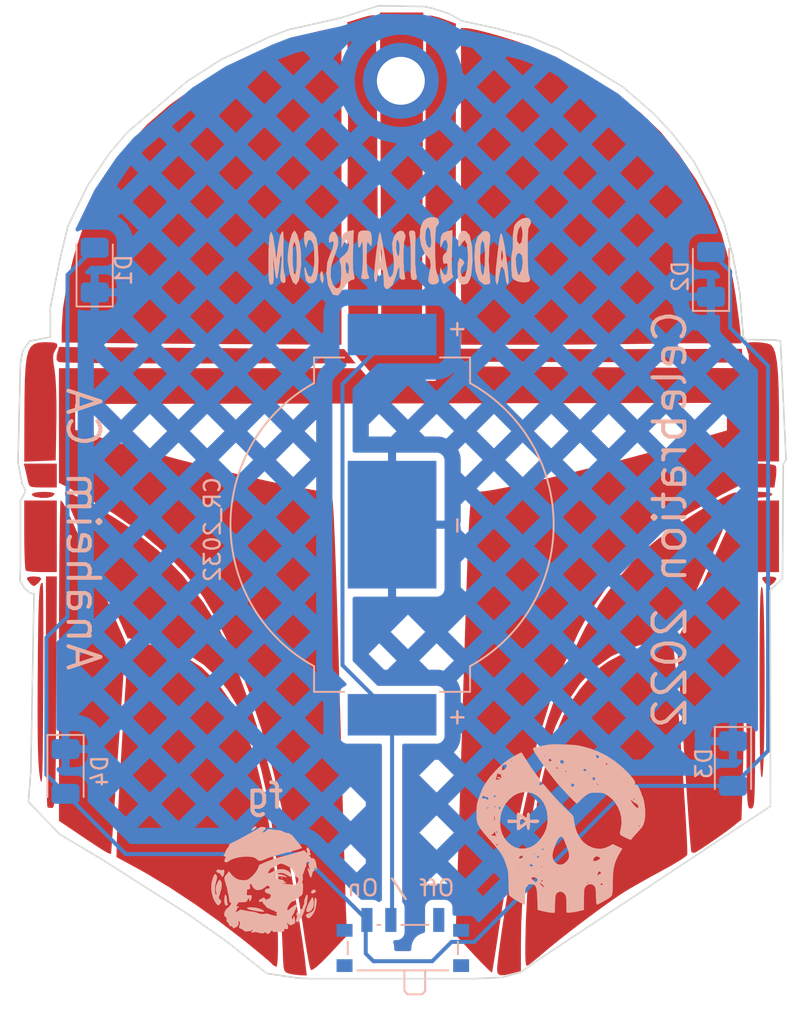
<source format=kicad_pcb>
(kicad_pcb (version 20211014) (generator pcbnew)
  (layers (0 "F.Cu" signal) (31 "B.Cu" signal) (34 "B.Paste" user) (35 "F.Paste" user) (36 "B.SilkS" user "B.Silkscreen") (37 "F.SilkS" user "F.Silkscreen") (38 "B.Mask" user) (39 "F.Mask" user) (44 "Edge.Cuts" user))
  (net 0 "")
  (net 1 "GND")
  (net 2 "Net-(BT1-Pad1)")
  (net 3 "Net-(D1-Pad2)")
  (footprint "Images:MandoFront1_CU" (layer "F.Cu") (at 179.9 109.9)
    (fp_text reference "G***" hide)
    (fp_text value "LOGO" hide)
    (fp_poly (pts (xy 22.887929 -0.110906) (xy 23.164324 -0.045292) (xy 23.219222 0.047281) (xy 23.030893 0.153083) (xy 22.921123 0.186047) (xy 22.214812 0.243514) (xy 21.834492 0.178028) (xy 21.604836 0.079834) (xy 21.616551 -0.015567) (xy 21.839685 -0.091889) (xy 22.244285 -0.132848) (xy 22.411765 -0.135829)) (layer "F.Cu") (width 0) (fill solid))
    (fp_poly (pts (xy 23.379767 5.198135) (xy 23.48098 5.317954) (xy 23.334002 5.535817) (xy 23.248785 5.616946) (xy 23.044293 5.766128) (xy 22.887998 5.711499) (xy 22.773384 5.593346) (xy 22.582339 5.340296) (xy 22.612501 5.208914) (xy 22.884434 5.163621) (xy 23.022995 5.161498)) (layer "F.Cu") (width 0) (fill solid))
    (fp_poly (pts (xy 22.936498 -1.880561) (xy 23.286432 -1.825645) (xy 23.436442 -1.756131) (xy 23.472431 -1.541691) (xy 23.456841 -1.173943) (xy 23.436135 -1.009073) (xy 23.345922 -0.407486) (xy 21.596792 -0.407486) (xy 21.596792 -1.901604) (xy 22.471663 -1.901604)) (layer "F.Cu") (width 0) (fill solid))
    (fp_poly (pts (xy 23.634225 4.88984) (xy 21.596792 4.88984) (xy 21.596792 0.407487) (xy 23.634225 0.407487)) (layer "F.Cu") (width 0) (fill solid))
    (fp_poly (pts (xy 1.27 -10.0584) (xy -1.27 -10.0584) (xy -1.358289 -30.15401) (xy 1.358289 -30.15401)) (layer "F.Cu") (width 0) (fill solid))
    (fp_poly (pts (xy 22.56066 -9.482371) (xy 22.933076 -9.417797) (xy 23.131375 -9.338235) (xy 23.288548 -9.137983) (xy 23.413056 -8.782252) (xy 23.507321 -8.249528) (xy 23.573766 -7.518298) (xy 23.614811 -6.56705) (xy 23.632878 -5.37427) (xy 23.634225 -4.8713) (xy 23.634225 -2.037433) (xy 21.596792 -2.037433) (xy 21.596792 -4.883448) (xy 21.604126 -5.917845) (xy 21.625296 -6.781186) (xy 21.659055 -7.4466) (xy 21.704154 -7.887221) (xy 21.744001 -8.052552) (xy 21.7424 -8.382) (xy 21.733624 -8.746754) (xy 21.687646 -8.862839) (xy 21.575999 -9.19218) (xy 21.551689 -9.404741) (xy 21.563075 -9.429028) (xy 21.77023 -9.49409) (xy 22.137902 -9.509837)) (layer "F.Cu") (width 0) (fill solid))
    (fp_poly (pts (xy -1.668001 -29.965733) (xy -1.650158 -29.815917) (xy -1.632013 -29.415968) (xy -1.613892 -28.787412) (xy -1.596121 -27.951773) (xy -1.579026 -26.930576) (xy -1.562931 -25.745346) (xy -1.548163 -24.417608) (xy -1.535048 -22.968886) (xy -1.523911 -21.420705) (xy -1.515508 -19.887661) (xy -1.468983 -9.915508) (xy 1.494118 -9.915508) (xy 1.494118 -19.903193) (xy 1.494845 -21.837568) (xy 1.49723 -23.516985) (xy 1.501574 -24.958139) (xy 1.508179 -26.177726) (xy 1.517347 -27.192443) (xy 1.529382 -28.018985) (xy 1.544584 -28.674049) (xy 1.563256 -29.174329) (xy 1.585701 -29.536523) (xy 1.61222 -29.777326) (xy 1.643117 -29.913434) (xy 1.676171 -29.960739) (xy 1.89369 -29.95318) (xy 2.271059 -29.862057) (xy 2.626973 -29.742974) (xy 3.395722 -29.455348) (xy 3.395722 -9.214168) (xy 2.903959 -8.614036) (xy 2.412195 -8.013904) (xy 2.828028 -8.013904) (xy 6.5532 -7.9756) (xy 6.731 -8.2804) (xy 4.7244 -8.2804) (xy 3.2004 -8.2804) (xy 2.921 -8.2804) (xy 3.1242 -8.5344) (xy 3.3528 -8.8138) (xy 3.61907 -9.102504) (xy 12.573974 -9.067562) (xy 21.3106 -9.0932) (xy 21.3614 -8.2296) (xy 20.5486 -8.2296) (xy 19.9136 -8.2296) (xy 19.2532 -8.2296) (xy 18.4912 -8.255) (xy 17.3228 -8.255) (xy 16.3322 -8.255) (xy 14.986 -8.255) (xy 11.303 -8.255) (xy 6.7818 -8.2804) (xy 6.604 -7.9756) (xy 21.460963 -7.878075) (xy 21.460412 -5.942513) (xy 21.453117 -5.040601) (xy 21.433704 -4.042114) (xy 21.405188 -3.072549) (xy 21.372993 -2.303876) (xy 21.286124 -0.600801) (xy 19.987146 0.073129) (xy 17.874836 1.290929) (xy 16.001622 2.630554) (xy 14.360534 4.098719) (xy 12.9446 5.702141) (xy 11.746852 7.447536) (xy 11.088986 8.647386) (xy 10.153671 10.715736) (xy 9.282498 13.046069) (xy 8.47604 15.636256) (xy 7.734874 18.484163) (xy 7.059573 21.587659) (xy 6.450712 24.944612) (xy 6.115935 27.090363) (xy 5.990128 27.93509) (xy 5.875842 28.683678) (xy 5.779387 29.296304) (xy 5.707075 29.733144) (xy 5.665216 29.954374) (xy 5.659076 29.973367) (xy 5.554878 29.901575) (xy 5.315423 29.676894) (xy 4.989949 29.345829) (xy 4.94798 29.30172) (xy 4.529615 28.857826) (xy 4.113282 28.411763) (xy 3.828746 28.103297) (xy 3.382513 27.614616) (xy 3.727659 16.489928) (xy 3.804245 14.013927) (xy 3.872684 11.795376) (xy 3.93387 9.820217) (xy 3.988696 8.074392) (xy 4.038057 6.543846) (xy 4.082845 5.214519) (xy 4.123953 4.072354) (xy 4.162277 3.103295) (xy 4.19871 2.293283) (xy 4.234144 1.628262) (xy 4.269474 1.094173) (xy 4.305593 0.676959) (xy 4.343395 0.362563) (xy 4.383774 0.136927) (xy 4.427623 -0.014006) (xy 4.475835 -0.104293) (xy 4.529305 -0.147993) (xy 4.588926 -0.159163) (xy 4.655592 -0.151859) (xy 4.730196 -0.14014) (xy 4.784606 -0.136816) (xy 5.19872 -0.173624) (xy 5.8445 -0.277484) (xy 6.692268 -0.441307) (xy 7.712346 -0.658008) (xy 8.875054 -0.920501) (xy 10.150713 -1.221698) (xy 11.509644 -1.554513) (xy 12.922169 -1.911861) (xy 14.358608 -2.286654) (xy 15.789283 -2.671806) (xy 17.184515 -3.060231) (xy 17.963369 -3.283515) (xy 20.374332 -3.982799) (xy 20.374332 -5.705695) (xy -0.033957 -5.671296) (xy -20.442246 -5.636898) (xy -20.442246 -4.016029) (xy -18.948128 -3.563717) (xy -17.360785 -3.096022) (xy -15.687446 -2.626316) (xy -13.974425 -2.16614) (xy -12.268039 -1.727033) (xy -10.614604 -1.320535) (xy -9.060434 -0.958187) (xy -7.651846 -0.651529) (xy -6.435155 -0.4121) (xy -5.97647 -0.331679) (xy -5.372181 -0.219842) (xy -4.861499 -0.105072) (xy -4.508422 -0.002939) (xy -4.386476 0.055134) (xy -4.35406 0.160762) (xy -4.320619 0.426702) (xy -4.285714 0.863773) (xy -4.248907 1.482795) (xy -4.209759 2.294587) (xy -4.167832 3.309969) (xy -4.122688 4.539761) (xy -4.073888 5.994781) (xy -4.020994 7.68585) (xy -3.963568 9.623787) (xy -3.90117 11.819411) (xy -3.882349 12.496257) (xy -3.831145 14.336652) (xy -3.780898 16.12536) (xy -3.732258 17.840198) (xy -3.685875 19.458982) (xy -3.6424 20.959529) (xy -3.602485 22.319656) (xy -3.566779 23.517178) (xy -3.535932 24.529912) (xy -3.510597 25.335675) (xy -3.491423 25.912284) (xy -3.479863 26.219461) (xy -3.417715 27.650151) (xy -4.490672 28.796095) (xy -4.991414 29.309031) (xy -5.372419 29.653172) (xy -5.614431 29.812187) (xy -5.686529 29.810324) (xy -5.743111 29.640035) (xy -5.827389 29.244462) (xy -5.931449 28.667632) (xy -6.047378 27.953576) (xy -6.167259 27.146321) (xy -6.174125 27.097861) (xy -6.716323 23.644813) (xy -7.333289 20.42712) (xy -8.023791 17.448849) (xy -8.786595 14.714069) (xy -9.620468 12.226848) (xy -10.524176 9.991252) (xy -11.496486 8.01135) (xy -12.437966 6.438153) (xy -13.486234 5.064052) (xy -14.783542 3.725248) (xy -16.307785 2.440326) (xy -18.036859 1.227876) (xy -19.948661 0.106482) (xy -20.000802 0.078603) (xy -21.460962 -0.700254) (xy -21.460962 -7.878075) (xy -2.604897 -7.878075) (xy -2.26202 -7.470588) (xy -1.919142 -7.063101) (xy 0.025188 -7.06737) (xy 0.788487 -7.070685) (xy 1.326929 -7.08156) (xy 1.687314 -7.0866) (xy 1.957888 -7.081033) (xy 2.1082 -7.0866) (xy 2.3114 -7.3406) (xy 2.4638 -7.5438) (xy 2.8194 -8.001) (xy 2.3876 -8.001) (xy 2.1336 -7.6454) (xy 2.032 -7.493) (xy 1.91588 -7.3406) (xy 1.7018 -7.3406) (xy 1.3208 -7.3406) (xy 0.74208 -7.340233) (xy -0.054106 -7.334759) (xy -1.7272 -7.3406) (xy -2.54 -8.3058) (xy -3.302 -9.23117) (xy -3.395722 -16.139045) (xy -3.393826 -17.623815) (xy -3.388398 -19.140328) (xy -3.379827 -20.64422) (xy -3.368501 -22.091122) (xy -3.354811 -23.436668) (xy -3.3782 -24.6126) (xy -3.3782 -25.6032) (xy -3.3782 -26.2636) (xy -3.4036 -29.5402) (xy -2.495611 -29.826359) (xy -2.083095 -29.943256) (xy -1.77606 -29.987456)) (layer "F.Cu") (width 0) (fill solid))
    (fp_poly (pts (xy 22.567715 5.806432) (xy 22.607005 5.9784) (xy 22.641059 6.387552) (xy 22.669861 6.999463) (xy 22.693394 7.779707) (xy 22.711644 8.693861) (xy 22.724594 9.7075) (xy 22.732228 10.786199) (xy 22.73453 11.895534) (xy 22.731483 13.001081) (xy 22.723073 14.068415) (xy 22.709282 15.06311) (xy 22.690095 15.950744) (xy 22.665496 16.696891) (xy 22.635468 17.267127) (xy 22.599996 17.627026) (xy 22.573269 17.733188) (xy 22.535219 17.731201) (xy 22.503274 17.5727) (xy 22.477019 17.242122) (xy 22.456039 16.723905) (xy 22.439919 16.002487) (xy 22.428246 15.062305) (xy 22.420605 13.887797) (xy 22.416582 12.4634) (xy 22.415895 11.823904) (xy 22.416594 10.288108) (xy 22.421193 9.007959) (xy 22.430095 7.967468) (xy 22.443705 7.150645) (xy 22.462424 6.541502) (xy 22.486657 6.124051) (xy 22.516807 5.882301) (xy 22.553277 5.800266)) (layer "F.Cu") (width 0) (fill solid))
    (fp_poly (pts (xy -20.856921 -0.073157) (xy -20.479237 0.08821) (xy -19.962708 0.346994) (xy -19.352095 0.67834) (xy -18.69216 1.057394) (xy -18.027665 1.459304) (xy -17.403372 1.859215) (xy -16.984819 2.145468) (xy -15.247419 3.532033) (xy -13.72861 5.075432) (xy -12.416764 6.788282) (xy -11.798989 7.773277) (xy -11.273473 8.767701) (xy -10.720095 9.988483) (xy -10.154039 11.393756) (xy -9.590488 12.941652) (xy -9.044625 14.590305) (xy -8.531636 16.297847) (xy -8.066702 18.02241) (xy -8.031699 18.16121) (xy -7.871613 18.850577) (xy -7.679978 19.75851) (xy -7.465759 20.834959) (xy -7.237923 22.029871) (xy -7.005436 23.293193) (xy -6.777263 24.574874) (xy -6.562371 25.824861) (xy -6.369725 26.993102) (xy -6.208291 28.029545) (xy -6.087036 28.884138) (xy -6.035482 29.30508) (xy -5.941381 30.154011) (xy -6.332455 30.140471) (xy -6.759435 30.095473) (xy -7.063102 30.032905) (xy -7.237534 29.966039) (xy -7.341956 29.843354) (xy -7.397427 29.601909) (xy -7.425006 29.178763) (xy -7.433517 28.925856) (xy -7.526812 26.829021) (xy -7.676075 24.728961) (xy -7.874758 22.691369) (xy -8.116309 20.781935) (xy -8.394179 19.066353) (xy -8.441944 18.8123) (xy -8.793138 17.265804) (xy -9.231656 15.79698) (xy -9.740927 14.445798) (xy -10.304381 13.252232) (xy -10.905448 12.256255) (xy -11.434039 11.594364) (xy -12.376372 10.714714) (xy -13.369103 10.052157) (xy -14.471823 9.576149) (xy -15.744124 9.256147) (xy -16.118256 9.193476) (xy -17.171463 9.032621) (xy -18.644763 5.704813) (xy -19.242251 4.354229) (xy -19.737858 3.230834) (xy -20.140252 2.31367) (xy -20.458103 1.581778) (xy -20.700079 1.014202) (xy -20.874849 0.589984) (xy -20.991084 0.288166) (xy -21.057451 0.08779) (xy -21.082621 -0.0321) (xy -21.075262 -0.092463) (xy -21.050998 -0.112255)) (layer "F.Cu") (width 0) (fill solid))
    (fp_poly (pts (xy -21.958962 -0.107228) (xy -21.755301 -0.049034) (xy -21.73262 -0.014532) (xy -21.852706 0.146339) (xy -22.162977 0.236708) (xy -22.588456 0.245117) (xy -22.9907 0.177707) (xy -23.154575 0.07084) (xy -23.15247 -0.01028) (xy -22.988667 -0.083402) (xy -22.671346 -0.124125) (xy -22.296211 -0.132162)) (layer "F.Cu") (width 0) (fill solid))
    (fp_poly (pts (xy -21.808575 -9.488664) (xy -21.581964 -9.412582) (xy -21.560176 -9.252764) (xy -21.684815 -9.020992) (xy -21.792889 -8.805871) (xy -21.829301 -8.548425) (xy -21.797456 -8.166451) (xy -21.736238 -7.780144) (xy -21.677945 -7.267849) (xy -21.6374 -6.544208) (xy -21.616688 -5.669078) (xy -21.617895 -4.702317) (xy -21.621326 -4.482353) (xy -21.664706 -2.105347) (xy -22.649465 -2.06544) (xy -23.634224 -2.025532) (xy -23.626128 -4.917846) (xy -23.618364 -6.157388) (xy -23.597489 -7.152076) (xy -23.555615 -7.928662) (xy -23.484852 -8.513901) (xy -23.377312 -8.934544) (xy -23.225105 -9.217346) (xy -23.020344 -9.389059) (xy -22.75514 -9.476436) (xy -22.421603 -9.506232) (xy -22.272613 -9.508021)) (layer "F.Cu") (width 0) (fill solid))
    (fp_poly (pts (xy 4.023795 -29.177874) (xy 4.34459 -29.136645) (xy 4.85794 -29.025184) (xy 5.499351 -28.861145) (xy 6.204328 -28.662181) (xy 6.908377 -28.445947) (xy 7.547006 -28.230096) (xy 7.725132 -28.164698) (xy 8.800015 -27.706603) (xy 10.005423 -27.101733) (xy 11.274433 -26.389896) (xy 12.540125 -25.6109) (xy 13.735576 -24.804552) (xy 14.793866 -24.010661) (xy 15.024297 -23.822845) (xy 16.251592 -22.645702) (xy 17.383064 -21.245898) (xy 18.4658 -19.662587) (xy 19.3548 -18.015767) (xy 20.0406 -16.288567) (xy 20.3708 -15.094767) (xy 20.574 -14.269547) (xy 20.7518 -13.428171) (xy 20.9042 -12.529367) (xy 21.0312 -11.644576) (xy 21.1328 -10.878367) (xy 21.209 -10.268767) (xy 21.2344 -9.915237) (xy 21.2852 -9.432637) (xy 17.007284 -9.437018) (xy 15.768265 -9.413409) (xy 14.339931 -9.392123) (xy 12.804622 -9.374009) (xy 11.244674 -9.359918) (xy 9.742429 -9.350701) (xy 8.380223 -9.34721) (xy 8.314236 -9.3472) (xy 3.71818 -9.3472) (xy 3.71818 -29.178216)) (layer "F.Cu") (width 0) (fill solid))
    (fp_poly (pts (xy 16.727896 9.361659) (xy 16.96769 9.490677) (xy 16.972059 9.497423) (xy 17.024711 9.698807) (xy 17.082155 10.104846) (xy 17.136072 10.648852) (xy 17.165486 11.047976) (xy 17.195887 11.509717) (xy 17.242557 12.200505) (xy 17.302606 13.078407) (xy 17.373143 14.101489) (xy 17.451281 15.227818) (xy 17.534129 16.415458) (xy 17.604802 17.423447) (xy 17.682907 18.565764) (xy 17.751218 19.626022) (xy 17.808034 20.572886) (xy 17.851653 21.375019) (xy 17.880375 22.001087) (xy 17.892498 22.419753) (xy 17.886321 22.599682) (xy 17.885885 22.600934) (xy 17.744413 22.732743) (xy 17.410878 22.956939) (xy 16.935068 23.242191) (xy 16.36677 23.557165) (xy 16.364781 23.558227) (xy 15.685051 23.927416) (xy 14.987686 24.316588) (xy 14.366885 24.672669) (xy 14.010576 24.884634) (xy 13.50272 25.216131) (xy 12.838867 25.680629) (xy 12.0724 26.238043) (xy 11.256704 26.848293) (xy 10.445162 27.471295) (xy 9.691159 28.066968) (xy 9.048079 28.59523) (xy 8.896792 28.724202) (xy 8.485427 29.072339) (xy 8.136243 29.356683) (xy 7.913998 29.524743) (xy 7.890963 29.539495) (xy 7.828783 29.54338) (xy 7.784303 29.450313) (xy 7.756386 29.23036) (xy 7.743895 28.853588) (xy 7.745693 28.290063) (xy 7.76064 27.509853) (xy 7.782185 26.677455) (xy 7.918986 23.89144) (xy 8.169638 21.346623) (xy 8.535225 19.037056) (xy 9.016831 16.956792) (xy 9.615541 15.09988) (xy 10.105885 13.927618) (xy 10.566502 13.081776) (xy 11.144233 12.24329) (xy 11.785341 11.477472) (xy 12.436086 10.849636) (xy 12.939897 10.483166) (xy 13.608985 10.129721) (xy 14.327481 9.827116) (xy 15.047004 9.587179) (xy 15.719169 9.421738) (xy 16.295594 9.342622)) (layer "F.Cu") (width 0) (fill solid))
    (fp_poly (pts (xy -3.599465 -9.074779) (xy -3.296347 -8.715029) (xy -3.10639 -8.468185) (xy -2.9718 -8.2804) (xy -2.8702 -8.1788) (xy -3.3528 -8.1788) (xy -3.7592 -8.1788) (xy -4.464955 -8.1788) (xy -5.290336 -8.1788) (xy -6.276128 -8.192776) (xy -7.394617 -8.184582) (xy -8.618088 -8.178277) (xy -9.918825 -8.173864) (xy -11.269114 -8.171343) (xy -12.641239 -8.170717) (xy -14.007487 -8.171986) (xy -15.34014 -8.175152) (xy -16.611486 -8.180216) (xy -17.793808 -8.18718) (xy -18.859392 -8.196045) (xy -19.780522 -8.206812) (xy -20.529484 -8.219483) (xy -21.078563 -8.234058) (xy -21.400044 -8.250541) (xy -21.471717 -8.261151) (xy -21.609968 -8.39081) (xy -21.604357 -8.65055) (xy -21.573592 -8.77992) (xy -21.460969 -9.206365)) (layer "F.Cu") (width 0) (fill solid))
    (fp_poly (pts (xy -3.767634 -9.348651) (xy -9.574318 -9.379818) (xy -10.948975 -9.387795) (xy -12.361161 -9.397079) (xy -13.760639 -9.407267) (xy -15.097174 -9.417955) (xy -16.320528 -9.428736) (xy -17.380465 -9.439207) (xy -18.226749 -9.448963) (xy -18.335281 -9.450381) (xy -21.289559 -9.489778) (xy -21.289559 -10.420139) (xy -21.212116 -11.619067) (xy -20.979402 -13.032351) (xy -20.59084 -14.663196) (xy -20.407434 -15.322473) (xy -19.784589 -17.209523) (xy -19.046064 -18.910997) (xy -18.169583 -20.453712) (xy -17.132869 -21.864487) (xy -15.913646 -23.170142) (xy -14.489637 -24.397496) (xy -12.838566 -25.573366) (xy -10.938156 -26.724573) (xy -10.935096 -26.726301) (xy -10.201717 -27.12385) (xy -9.436376 -27.510805) (xy -8.7235 -27.846122) (xy -8.147517 -28.088757) (xy -8.08269 -28.112965) (xy -7.341222 -28.368785) (xy -6.554125 -28.614991) (xy -5.781351 -28.835364) (xy -5.082852 -29.013682) (xy -4.51858 -29.133727) (xy -4.148489 -29.179279) (xy -4.141163 -29.179325) (xy -3.767634 -29.179667)) (layer "F.Cu") (width 0) (fill solid))
    (fp_poly (pts (xy -22.478349 5.592953) (xy -22.465208 5.73856) (xy -22.454326 6.129171) (xy -22.445839 6.73814) (xy -22.439886 7.53882) (xy -22.436603 8.504565) (xy -22.436129 9.608731) (xy -22.438601 10.82467) (xy -22.444157 12.125737) (xy -22.444392 12.169334) (xy -22.453108 13.660933) (xy -22.462099 14.899101) (xy -22.472057 15.902065) (xy -22.483671 16.688051) (xy -22.497632 17.275286) (xy -22.514632 17.681996) (xy -22.535362 17.926408) (xy -22.560511 18.026749) (xy -22.59077 18.001244) (xy -22.626831 17.868121) (xy -22.654974 17.725669) (xy -22.703207 17.375229) (xy -22.741203 16.889775) (xy -22.769418 16.24748) (xy -22.788312 15.426517) (xy -22.798342 14.405058) (xy -22.799965 13.161277) (xy -22.793641 11.673346) (xy -22.790803 11.251036) (xy -22.77888 9.808595) (xy -22.764852 8.617133) (xy -22.747577 7.655972) (xy -22.725915 6.904436) (xy -22.698722 6.341846) (xy -22.664857 5.947527) (xy -22.623179 5.700799) (xy -22.572545 5.580988) (xy -22.511813 5.567414)) (layer "F.Cu") (width 0) (fill solid))
    (fp_poly (pts (xy -22.666222 5.198135) (xy -22.565009 5.317954) (xy -22.711987 5.535817) (xy -22.797204 5.616946) (xy -23.001696 5.766128) (xy -23.157991 5.711499) (xy -23.272605 5.593346) (xy -23.46365 5.340296) (xy -23.433489 5.208914) (xy -23.161556 5.163621) (xy -23.022995 5.161498)) (layer "F.Cu") (width 0) (fill solid))
    (fp_poly (pts (xy 21.005075 -0.093677) (xy 20.977537 0.050193) (xy 20.853092 0.408495) (xy 20.645136 0.947403) (xy 20.367062 1.633092) (xy 20.032264 2.431736) (xy 19.691174 3.224517) (xy 19.078501 4.627777) (xy 18.562646 5.79886) (xy 18.135002 6.755958) (xy 17.786959 7.517259) (xy 17.509909 8.100954) (xy 17.295244 8.525233) (xy 17.134356 8.808285) (xy 17.018636 8.968301) (xy 16.947658 9.021688) (xy 16.739826 9.068781) (xy 16.340465 9.148998) (xy 15.825389 9.247247) (xy 15.66808 9.276426) (xy 14.318031 9.627369) (xy 13.138817 10.160726) (xy 12.105158 10.895593) (xy 11.191771 11.851067) (xy 10.373375 13.046243) (xy 10.146583 13.447059) (xy 9.626658 14.566192) (xy 9.147424 15.91903) (xy 8.715363 17.469781) (xy 8.336963 19.182655) (xy 8.018708 21.021859) (xy 7.767084 22.951603) (xy 7.588576 24.936095) (xy 7.48967 26.939545) (xy 7.471141 28.212065) (xy 7.470588 29.869584) (xy 6.96123 30.01104) (xy 6.456922 30.131124) (xy 6.156667 30.138276) (xy 6.012628 30.021288) (xy 5.976912 29.780481) (xy 5.999476 29.451508) (xy 6.062096 28.899979) (xy 6.157888 28.170911) (xy 6.279966 27.309321) (xy 6.421443 26.360223) (xy 6.575434 25.368635) (xy 6.735052 24.379572) (xy 6.893413 23.438051) (xy 7.04363 22.589087) (xy 7.178817 21.877697) (xy 7.207156 21.737805) (xy 7.82654 18.918802) (xy 8.475514 16.355214) (xy 9.161179 14.031732) (xy 9.890633 11.933045) (xy 10.670976 10.043842) (xy 11.509306 8.348815) (xy 12.412724 6.832654) (xy 13.388327 5.480047) (xy 14.443216 4.275686) (xy 15.584489 3.20426) (xy 15.935875 2.913616) (xy 16.533211 2.457151) (xy 17.209632 1.979265) (xy 17.927584 1.502235) (xy 18.649512 1.048341) (xy 19.337864 0.639863) (xy 19.955084 0.299078) (xy 20.463618 0.048267) (xy 20.825913 -0.090293) (xy 21.004414 -0.094322)) (layer "F.Cu") (width 0) (fill solid))
    (fp_poly (pts (xy -21.629558 12.392541) (xy -21.638021 13.992035) (xy -21.647047 15.340858) (xy -21.657343 16.459999) (xy -21.66962 17.370444) (xy -21.684584 18.093181) (xy -21.702946 18.649197) (xy -21.725414 19.059481) (xy -21.752696 19.345019) (xy -21.7855 19.526799) (xy -21.824536 19.625808) (xy -21.870512 19.663034) (xy -21.875073 19.664082) (xy -22.116535 19.647328) (xy -22.180688 19.60933) (xy -22.198867 19.45911) (xy -22.215908 19.062695) (xy -22.231479 18.445549) (xy -22.245246 17.633135) (xy -22.256875 16.650915) (xy -22.266033 15.524351) (xy -22.272386 14.278908) (xy -22.275601 12.940047) (xy -22.275936 12.33779) (xy -22.275936 5.161498) (xy -21.594411 5.161498)) (layer "F.Cu") (width 0) (fill solid))
    (fp_poly (pts (xy 21.927839 5.166806) (xy 21.977875 5.197025) (xy 22.019358 5.27359) (xy 22.05309 5.41794) (xy 22.079872 5.651513) (xy 22.100506 5.995746) (xy 22.115793 6.472077) (xy 22.126534 7.101945) (xy 22.133532 7.906785) (xy 22.137586 8.908037) (xy 22.139499 10.127139) (xy 22.140072 11.585527) (xy 22.140107 12.428342) (xy 22.139909 14.01702) (xy 22.138779 15.355478) (xy 22.135917 16.465154) (xy 22.13052 17.367485) (xy 22.121789 18.08391) (xy 22.10892 18.635865) (xy 22.091113 19.044789) (xy 22.067567 19.33212) (xy 22.037479 19.519295) (xy 22.000049 19.627752) (xy 21.954476 19.678928) (xy 21.899956 19.694262) (xy 21.868449 19.695187) (xy 21.809059 19.689879) (xy 21.759024 19.65966) (xy 21.71754 19.583095) (xy 21.683808 19.438745) (xy 21.657026 19.205172) (xy 21.636392 18.860939) (xy 21.621105 18.384607) (xy 21.610364 17.75474) (xy 21.603367 16.9499) (xy 21.599313 15.948647) (xy 21.597399 14.729546) (xy 21.596826 13.271158) (xy 21.596792 12.428342) (xy 21.59699 10.839664) (xy 21.59812 9.501207) (xy 21.600982 8.391531) (xy 21.606378 7.4892) (xy 21.61511 6.772775) (xy 21.627978 6.22082) (xy 21.645785 5.811895) (xy 21.669332 5.524565) (xy 21.699419 5.33739) (xy 21.736849 5.228933) (xy 21.782423 5.177757) (xy 21.836942 5.162423) (xy 21.868449 5.161498)) (layer "F.Cu") (width 0) (fill solid))
    (fp_poly (pts (xy 21.206916 0.604648) (xy 21.234836 0.951449) (xy 21.262077 1.515683) (xy 21.288301 2.270237) (xy 21.313168 3.187997) (xy 21.336341 4.24185) (xy 21.357479 5.404685) (xy 21.376246 6.649388) (xy 21.392301 7.948846) (xy 21.405307 9.275947) (xy 21.414924 10.603577) (xy 21.420814 11.904625) (xy 21.422637 13.151977) (xy 21.420057 14.31852) (xy 21.412732 15.377142) (xy 21.400326 16.300729) (xy 21.384641 16.990473) (xy 21.286087 20.38814) (xy 20.728338 20.836286) (xy 20.327653 21.139952) (xy 19.791903 21.52259) (xy 19.214049 21.920015) (xy 18.687051 22.268045) (xy 18.369896 22.464634) (xy 18.186582 22.459669) (xy 18.138338 22.386417) (xy 18.116492 22.215454) (xy 18.079982 21.803502) (xy 18.031014 21.180702) (xy 17.971794 20.377199) (xy 17.904528 19.423135) (xy 17.831421 18.348655) (xy 17.75468 17.183901) (xy 17.732654 16.842781) (xy 17.653185 15.61144) (xy 17.575814 14.421951) (xy 17.503015 13.311652) (xy 17.437259 12.317878) (xy 17.381018 11.477966) (xy 17.336766 10.829252) (xy 17.306973 10.409072) (xy 17.304091 10.370544) (xy 17.220401 9.263548) (xy 19.146488 4.937389) (xy 19.599761 3.922894) (xy 20.021091 2.98677) (xy 20.397129 2.15815) (xy 20.714525 1.466171) (xy 20.959927 0.939966) (xy 21.119988 0.608672) (xy 21.178656 0.502391)) (layer "F.Cu") (width 0) (fill solid))
    (fp_poly (pts (xy -21.596791 -0.407486) (xy -22.4627 -0.407486) (xy -22.933017 -0.413689) (xy -23.199589 -0.451073) (xy -23.330314 -0.547798) (xy -23.393089 -0.732027) (xy -23.406938 -0.799127) (xy -23.499853 -1.230655) (xy -23.57447 -1.546186) (xy -23.663673 -1.901604) (xy -21.596791 -1.901604)) (layer "F.Cu") (width 0) (fill solid))
    (fp_poly (pts (xy -16.314778 9.320577) (xy -14.922238 9.59988) (xy -13.649482 10.120193) (xy -12.507013 10.873818) (xy -11.505332 11.853059) (xy -10.654939 13.05022) (xy -10.283253 13.741429) (xy -9.822769 14.761939) (xy -9.423318 15.823221) (xy -9.072863 16.970006) (xy -8.759364 18.247022) (xy -8.470784 19.699) (xy -8.195086 21.37067) (xy -8.15089 21.664706) (xy -8.065284 22.336963) (xy -7.986614 23.135238) (xy -7.916351 24.020817) (xy -7.855966 24.954982) (xy -7.806928 25.899019) (xy -7.770709 26.81421) (xy -7.74878 27.661841) (xy -7.74261 28.403194) (xy -7.75367 28.999554) (xy -7.783431 29.412204) (xy -7.833364 29.60243) (xy -7.849076 29.610695) (xy -8.051664 29.510349) (xy -8.090039 29.461564) (xy -8.22259 29.330523) (xy -8.530987 29.06244) (xy -8.977903 28.688659) (xy -9.526007 28.240522) (xy -9.965703 27.88673) (xy -11.422849 26.768509) (xy -12.948954 25.682296) (xy -14.470927 24.677415) (xy -15.915675 23.803186) (xy -16.503208 23.475255) (xy -17.861497 22.739434) (xy -17.822984 21.319182) (xy -17.80443 20.825054) (xy -17.770382 20.104236) (xy -17.723482 19.20109) (xy -17.666371 18.159979) (xy -17.601692 17.025264) (xy -17.532088 15.841306) (xy -17.460201 14.652469) (xy -17.388673 13.503114) (xy -17.320147 12.437603) (xy -17.257265 11.500298) (xy -17.202669 10.73556) (xy -17.161995 10.222128) (xy -17.07715 9.238373)) (layer "F.Cu") (width 0) (fill solid))
    (fp_poly (pts (xy -21.596791 4.88984) (xy -22.524955 4.88984) (xy -23.004226 4.877466) (xy -23.370014 4.84502) (xy -23.543444 4.799513) (xy -23.543672 4.799287) (xy -23.574532 4.639045) (xy -23.600876 4.255456) (xy -23.62075 3.696818) (xy -23.632205 3.011429) (xy -23.634224 2.558111) (xy -23.634224 0.407487) (xy -21.596791 0.407487)) (layer "F.Cu") (width 0) (fill solid))
    (fp_poly (pts (xy -21.298451 0.433048) (xy -21.223608 0.524125) (xy -21.117491 0.702308) (xy -20.969922 0.989189) (xy -20.770722 1.406359) (xy -20.50971 1.975408) (xy -20.176708 2.717927) (xy -19.761537 3.655508) (xy -19.254017 4.80974) (xy -18.953196 5.495964) (xy -17.284906 9.304278) (xy -17.736249 15.891979) (xy -17.826001 17.200689) (xy -17.910086 18.424301) (xy -17.986694 19.536615) (xy -18.054009 20.51143) (xy -18.110222 21.322548) (xy -18.153518 21.943767) (xy -18.182086 22.348889) (xy -18.194113 22.511712) (xy -18.194331 22.513637) (xy -18.247121 22.540344) (xy -18.399415 22.481935) (xy -18.680003 22.321608) (xy -19.117672 22.042559) (xy -19.74121 21.627988) (xy -19.932888 21.498922) (xy -21.460962 20.468171) (xy -21.460962 10.437829) (xy -21.459528 8.813976) (xy -21.455377 7.271652) (xy -21.448739 5.83202) (xy -21.439845 4.516241) (xy -21.428922 3.345476) (xy -21.416201 2.340887) (xy -21.401911 1.523635) (xy -21.386281 0.914882) (xy -21.369542 0.53579) (xy -21.3522 0.407487)) (layer "F.Cu") (width 0) (fill solid))
  )
  (footprint "Images:MandoFront1_SM" (layer "F.Cu") (at 179.875 109.9)
    (fp_text reference "G***" hide)
    (fp_text value "LOGO" hide)
  )
  (footprint "BadgePirateLogos:FG_10x10_BSILK" (layer "F.Cu") (at 171.325 133.875)
    (fp_text reference "G***" hide)
    (fp_text value "fg" (at 0 -5.08) (layer "B.SilkS") (effects (font (size 1.54 1.54) (thickness 0.25)) (justify mirror)))
  )
  (footprint "BadgePirateLogos:BPSkull_Distressed_10x10_BSILK" (layer "F.Cu") (at 189.85 130.85)
    (fp_text reference "G***" hide)
    (fp_text value "BP Logo" hide)
  )
  (footprint "BadgePiratesCommon:3.5mm_lapel_pin" (layer "F.Cu") (at 179.85 84.025)
    (fp_text reference "REF**" hide)
    (fp_text value "3.5mm_lapel_pin")
    (pad "1" thru_hole circle locked (at 0 0) (size 4.75 4.75) (drill 3) (layers *.Mask "B.Cu"))
  )
  (footprint "BadgePirateLogos:BadgePiratesURL_BSLK" (layer "F.Cu") (at 179.775 95.725)
    (fp_text reference "G***" hide)
    (fp_text value "LOGO" hide)
  )
  (footprint "LED_SMD:LED_1206_3216Metric" (layer "B.Cu") (at 158.85 127.275 -90)
    (fp_text reference "D4" (at -0.025 -2.15 90) (layer "B.SilkS") (effects (justify mirror)))
    (fp_text value "LED")
    (pad "1" smd roundrect locked (at -1.4 0 270) (size 1.25 1.75) (layers "B.Cu" "B.Paste" "B.Mask") (roundrect_rratio 0.2) (net 1 "GND"))
    (pad "2" smd roundrect locked (at 1.4 0 270) (size 1.25 1.75) (layers "B.Cu" "B.Paste" "B.Mask") (roundrect_rratio 0.2) (net 3 "Net-(D1-Pad2)"))
  )
  (footprint "BadgePiratesCommon:SW_SPDT_PCM12" (layer "B.Cu") (at 179.975 138.005 180)
    (fp_text reference "SW1" hide)
    (fp_text value "SW_SPDT")
    (pad "" np_thru_hole circle locked (at 1.5 -0.33 180) (size 0.9 0.9) (drill 0.9) (layers *.Cu *.Mask))
    (pad "" smd rect locked (at 3.65 -1.43 180) (size 1 0.8) (layers "B.Cu" "B.Paste" "B.Mask"))
    (pad "" smd rect locked (at -3.65 -1.43 180) (size 1 0.8) (layers "B.Cu" "B.Paste" "B.Mask"))
    (pad "" smd rect locked (at 3.65 0.78 180) (size 1 0.8) (layers "B.Cu" "B.Paste" "B.Mask"))
    (pad "" np_thru_hole circle locked (at -1.5 -0.33 180) (size 0.9 0.9) (drill 0.9) (layers *.Cu *.Mask))
    (pad "" smd rect locked (at -3.65 0.78 180) (size 1 0.8) (layers "B.Cu" "B.Paste" "B.Mask"))
    (pad "1" smd rect locked (at -2.25 1.43 180) (size 0.7 1.5) (layers "B.Cu" "B.Paste" "B.Mask"))
    (pad "2" smd rect locked (at 0.75 1.43 180) (size 0.7 1.5) (layers "B.Cu" "B.Paste" "B.Mask") (net 2 "Net-(BT1-Pad1)"))
    (pad "3" smd rect locked (at 2.25 1.43 180) (size 0.7 1.5) (layers "B.Cu" "B.Paste" "B.Mask") (net 3 "Net-(D1-Pad2)"))
  )
  (footprint "LED_SMD:LED_1206_3216Metric" (layer "B.Cu") (at 160.675 95.875 90)
    (fp_text reference "D1" (at 0 1.82 90) (layer "B.SilkS") (effects (justify mirror)))
    (fp_text value "LED")
    (pad "1" smd roundrect locked (at -1.4 0 90) (size 1.25 1.75) (layers "B.Cu" "B.Paste" "B.Mask") (roundrect_rratio 0.2) (net 1 "GND"))
    (pad "2" smd roundrect locked (at 1.4 0 90) (size 1.25 1.75) (layers "B.Cu" "B.Paste" "B.Mask") (roundrect_rratio 0.2) (net 3 "Net-(D1-Pad2)"))
  )
  (footprint "BadgePiratesCommon:BatteryHolder_MPD_BC2003_1x2032" (layer "B.Cu") (at 179.3 111.82 -90)
    (fp_text reference "BT1" hide)
    (fp_text value "Battery_Cell")
    (fp_text user "+" (at -12.2428 -4.0132 90) (layer "B.SilkS") (effects (justify mirror)))
    (fp_text user "+" (at 12.065 -4.0132 90) (layer "B.SilkS") (effects (justify mirror)))
    (fp_text user "CR_2032" (at 0.305 11.25 90) (layer "B.SilkS") (effects (justify mirror)))
    (fp_text user "-" (at 0.0508 -4.0132 90) (layer "B.SilkS") (effects (justify mirror)))
    (pad "1" smd rect locked (at 11.905 0 270) (size 2.6 5.56) (layers "B.Cu" "B.Paste" "B.Mask") (net 2 "Net-(BT1-Pad1)"))
    (pad "1" smd rect locked (at -11.905 0 270) (size 2.6 5.56) (layers "B.Cu" "B.Paste" "B.Mask") (net 2 "Net-(BT1-Pad1)"))
    (pad "2" smd rect locked (at 0 0 270) (size 8 5.56) (layers "B.Cu" "B.Paste" "B.Mask") (net 1 "GND"))
  )
  (footprint "LED_SMD:LED_1206_3216Metric" (layer "B.Cu") (at 199.275 96.15 90)
    (fp_text reference "D2" (at -0.125 -1.925 90) (layer "B.SilkS") (effects (justify mirror)))
    (fp_text value "LED")
    (pad "1" smd roundrect locked (at -1.4 0 90) (size 1.25 1.75) (layers "B.Cu" "B.Paste" "B.Mask") (roundrect_rratio 0.2) (net 1 "GND"))
    (pad "2" smd roundrect locked (at 1.4 0 90) (size 1.25 1.75) (layers "B.Cu" "B.Paste" "B.Mask") (roundrect_rratio 0.2) (net 3 "Net-(D1-Pad2)"))
  )
  (footprint "LED_SMD:LED_1206_3216Metric" (layer "B.Cu") (at 200.65 126.775 -90)
    (fp_text reference "D3" (at 0 1.82 90) (layer "B.SilkS") (effects (justify mirror)))
    (fp_text value "LED")
    (pad "1" smd roundrect locked (at -1.4 0 270) (size 1.25 1.75) (layers "B.Cu" "B.Paste" "B.Mask") (roundrect_rratio 0.2) (net 1 "GND"))
    (pad "2" smd roundrect locked (at 1.4 0 270) (size 1.25 1.75) (layers "B.Cu" "B.Paste" "B.Mask") (roundrect_rratio 0.2) (net 3 "Net-(D1-Pad2)"))
  )
  (gr_line (start 202.7 100.25) (end 201.4 100.225) (layer "Edge.Cuts") (width 0.1))
  (gr_line (start 156.35 109.725) (end 156.025 110.325) (layer "Edge.Cuts") (width 0.1))
  (gr_line (start 156.125 109.225) (end 156.35 109.725) (layer "Edge.Cuts") (width 0.1))
  (gr_line (start 203.3 100.25) (end 202.7 100.25) (layer "Edge.Cuts") (width 0.1))
  (gr_line (start 195.675 86.075) (end 193.775 84.425) (layer "Edge.Cuts") (width 0.1))
  (gr_line (start 198.2 89.075) (end 196.85 87.325) (layer "Edge.Cuts") (width 0.1))
  (gr_line (start 173.45 140.225) (end 174.15 140.25) (layer "Edge.Cuts") (width 0.1))
  (gr_line (start 201.075 97.275) (end 200.65 95) (layer "Edge.Cuts") (width 0.1))
  (gr_line (start 174.15 140.25) (end 184.5 140.25) (layer "Edge.Cuts") (width 0.1))
  (gr_line (start 196.85 87.325) (end 195.675 86.075) (layer "Edge.Cuts") (width 0.1))
  (gr_line (start 156.525 129.175) (end 158.475 131.2) (layer "Edge.Cuts") (width 0.1))
  (gr_line (start 171.625 81.275) (end 168.625 82.675) (layer "Edge.Cuts") (width 0.1))
  (gr_line (start 203.75 115.2) (end 203.8 108.05) (layer "Edge.Cuts") (width 0.1))
  (gr_line (start 201.4 100.225) (end 201.3 100.05) (layer "Edge.Cuts") (width 0.1))
  (gr_line (start 184.5 140.25) (end 186.175 140.175) (layer "Edge.Cuts") (width 0.1))
  (gr_line (start 189.775 82.05) (end 187.975 81.3) (layer "Edge.Cuts") (width 0.1))
  (gr_line (start 155.875 107.925) (end 156.125 109.225) (layer "Edge.Cuts") (width 0.1))
  (gr_line (start 203.975 107.75) (end 203.625 100.325) (layer "Edge.Cuts") (width 0.1))
  (gr_line (start 156.875 116.15) (end 156.675 127.3) (layer "Edge.Cuts") (width 0.1))
  (gr_line (start 157.9 98.225) (end 157.9 100.075) (layer "Edge.Cuts") (width 0.1))
  (gr_line (start 178.45 79.325) (end 176.025 80.1) (layer "Edge.Cuts") (width 0.1))
  (gr_line (start 182.875 79.825) (end 181.875 79.5) (layer "Edge.Cuts") (width 0.1))
  (gr_line (start 162.75 87.225) (end 161.625 88.525) (layer "Edge.Cuts") (width 0.1))
  (gr_line (start 158.5 95.2) (end 157.9 98.225) (layer "Edge.Cuts") (width 0.1))
  (gr_line (start 199.475 91.5) (end 198.2 89.075) (layer "Edge.Cuts") (width 0.1))
  (gr_line (start 161.075 132.75) (end 166.5 136.2) (layer "Edge.Cuts") (width 0.1))
  (gr_line (start 200.65 95) (end 200.125 93.05) (layer "Edge.Cuts") (width 0.1))
  (gr_line (start 156.275 115.8) (end 156.625 116.1) (layer "Edge.Cuts") (width 0.1))
  (gr_line (start 183.675 80.275) (end 182.875 79.825) (layer "Edge.Cuts") (width 0.1))
  (gr_line (start 181.325 79.375) (end 178.45 79.325) (layer "Edge.Cuts") (width 0.1))
  (gr_line (start 176.025 80.1) (end 172.8 80.825) (layer "Edge.Cuts") (width 0.1))
  (gr_line (start 157.9 100.075) (end 156.6 100.325) (layer "Edge.Cuts") (width 0.1))
  (gr_line (start 158.475 131.2) (end 161.075 132.75) (layer "Edge.Cuts") (width 0.1))
  (gr_line (start 156.6 100.325) (end 156.175 100.925) (layer "Edge.Cuts") (width 0.1))
  (gr_line (start 186.175 140.175) (end 187.35 139.85) (layer "Edge.Cuts") (width 0.1))
  (gr_line (start 156.025 114.65) (end 156 115.325) (layer "Edge.Cuts") (width 0.1))
  (gr_line (start 168.625 82.675) (end 166.475 84.05) (layer "Edge.Cuts") (width 0.1))
  (gr_line (start 168.975 137.95) (end 171.45 139.925) (layer "Edge.Cuts") (width 0.1))
  (gr_line (start 156.025 110.325) (end 156.025 114.65) (layer "Edge.Cuts") (width 0.1))
  (gr_line (start 161.625 88.525) (end 160.225 90.6) (layer "Edge.Cuts") (width 0.1))
  (gr_line (start 156.625 116.1) (end 156.875 116.15) (layer "Edge.Cuts") (width 0.1))
  (gr_line (start 203.8 108.05) (end 203.975 107.75) (layer "Edge.Cuts") (width 0.1))
  (gr_line (start 188.45 139.075) (end 203 129.45) (layer "Edge.Cuts") (width 0.1))
  (gr_line (start 171.45 139.925) (end 173.45 140.225) (layer "Edge.Cuts") (width 0.1))
  (gr_line (start 187.35 139.85) (end 188.45 139.075) (layer "Edge.Cuts") (width 0.1))
  (gr_line (start 172.8 80.825) (end 171.625 81.275) (layer "Edge.Cuts") (width 0.1))
  (gr_line (start 185.775 80.725) (end 183.675 80.275) (layer "Edge.Cuts") (width 0.1))
  (gr_line (start 156.175 100.925) (end 156.025 101.725) (layer "Edge.Cuts") (width 0.1))
  (gr_line (start 156 115.325) (end 156.275 115.8) (layer "Edge.Cuts") (width 0.1))
  (gr_line (start 166.5 136.2) (end 168.975 137.95) (layer "Edge.Cuts") (width 0.1))
  (gr_line (start 193.775 84.425) (end 191.5 83.025) (layer "Edge.Cuts") (width 0.1))
  (gr_line (start 181.875 79.5) (end 181.325 79.375) (layer "Edge.Cuts") (width 0.1))
  (gr_line (start 200.125 93.05) (end 199.475 91.5) (layer "Edge.Cuts") (width 0.1))
  (gr_line (start 160.225 90.6) (end 159 93.125) (layer "Edge.Cuts") (width 0.1))
  (gr_line (start 201.3 100.05) (end 201.075 97.275) (layer "Edge.Cuts") (width 0.1))
  (gr_line (start 203 129.45) (end 202.975 115.925) (layer "Edge.Cuts") (width 0.1))
  (gr_line (start 187.975 81.3) (end 185.775 80.725) (layer "Edge.Cuts") (width 0.1))
  (gr_line (start 202.975 115.925) (end 203.75 115.2) (layer "Edge.Cuts") (width 0.1))
  (gr_line (start 203.625 100.325) (end 203.3 100.25) (layer "Edge.Cuts") (width 0.1))
  (gr_line (start 191.5 83.025) (end 189.775 82.05) (layer "Edge.Cuts") (width 0.1))
  (gr_line (start 159 93.125) (end 158.5 95.2) (layer "Edge.Cuts") (width 0.1))
  (gr_line (start 156.025 101.725) (end 155.875 107.925) (layer "Edge.Cuts") (width 0.1))
  (gr_line (start 166.475 84.05) (end 162.75 87.225) (layer "Edge.Cuts") (width 0.1))
  (gr_line (start 156.675 127.3) (end 156.525 129.175) (layer "Edge.Cuts") (width 0.1))
  (gr_text "Celebration 2022" (at 196.7 111.5 90) (layer "B.SilkS") (effects (font (size 2 2) (thickness 0.25)) (justify mirror)))
  (gr_text "Anaheim CA" (at 159.95 112.1 270) (layer "B.SilkS") (effects (font (size 2 2) (thickness 0.25)) (justify mirror)))
  (gr_text "Off / On" (at 179.85 134.575) (layer "B.SilkS") (effects (font (size 1 1)) (justify mirror)))
  (segment (start 179.3 99.915) (end 176.195489 103.019511) (width 0.25) (layer "B.Cu") (net 2))
  (segment (start 179.3 123.725) (end 179.3 136.5) (width 0.25) (layer "B.Cu") (net 2))
  (segment (start 179.3 136.5) (end 179.225 136.575) (width 0.25) (layer "B.Cu") (net 2))
  (segment (start 176.195489 103.019511) (end 176.195489 120.620489) (width 0.25) (layer "B.Cu") (net 2))
  (segment (start 176.195489 120.620489) (end 179.3 123.725) (width 0.25) (layer "B.Cu") (net 2))
  (segment (start 158.85 128.675) (end 162.625 132.45) (width 0.25) (layer "B.Cu") (net 3))
  (segment (start 173.6 132.45) (end 177.725 136.575) (width 0.25) (layer "B.Cu") (net 3))
  (segment (start 200.47452 95.94952) (end 199.275 94.75) (width 0.25) (layer "B.Cu") (net 3))
  (segment (start 177.725 136.575) (end 177.650479 136.649521) (width 0.25) (layer "B.Cu") (net 3))
  (segment (start 184.449511 137.949511) (end 194.224022 128.175) (width 0.25) (layer "B.Cu") (net 3))
  (segment (start 162.625 132.45) (end 173.6 132.45) (width 0.25) (layer "B.Cu") (net 3))
  (segment (start 157.65048 118.89952) (end 157.65048 127.47548) (width 0.25) (layer "B.Cu") (net 3))
  (segment (start 202.848324 125.976676) (end 202.848324 101.863168) (width 0.25) (layer "B.Cu") (net 3))
  (segment (start 183.026539 137.949511) (end 184.449511 137.949511) (width 0.25) (layer "B.Cu") (net 3))
  (segment (start 181.816529 139.159521) (end 183.026539 137.949511) (width 0.25) (layer "B.Cu") (net 3))
  (segment (start 158.975 117.575) (end 157.65048 118.89952) (width 0.25) (layer "B.Cu") (net 3))
  (segment (start 200.65 128.175) (end 202.848324 125.976676) (width 0.25) (layer "B.Cu") (net 3))
  (segment (start 200.47452 99.489364) (end 200.47452 95.94952) (width 0.25) (layer "B.Cu") (net 3))
  (segment (start 178.133471 139.159521) (end 181.816529 139.159521) (width 0.25) (layer "B.Cu") (net 3))
  (segment (start 158.975 96.175) (end 158.975 117.575) (width 0.25) (layer "B.Cu") (net 3))
  (segment (start 177.650479 138.676529) (end 178.133471 139.159521) (width 0.25) (layer "B.Cu") (net 3))
  (segment (start 194.224022 128.175) (end 200.65 128.175) (width 0.25) (layer "B.Cu") (net 3))
  (segment (start 160.675 94.475) (end 158.975 96.175) (width 0.25) (layer "B.Cu") (net 3))
  (segment (start 177.650479 136.649521) (end 177.650479 138.676529) (width 0.25) (layer "B.Cu") (net 3))
  (segment (start 202.848324 101.863168) (end 200.47452 99.489364) (width 0.25) (layer "B.Cu") (net 3))
  (segment (start 157.65048 127.47548) (end 158.85 128.675) (width 0.25) (layer "B.Cu") (net 3))
  (zone (net 1) (net_name "GND") (layer "B.Cu") (name "GND") (connect_pads (clearance 0.508)) (min_thickness 0.254) (fill yes (mode hatch) (thermal_gap 0.508) (thermal_bridge_width 0.508) (hatch_thickness 1.016) (hatch_gap 1.524) (hatch_orientation 45) (hatch_border_algorithm hatch_thickness) (hatch_min_hole_area 0.3))
    (polygon (pts (xy 204.75 98.475) (xy 204.925 130.05) (xy 200.3 132.5) (xy 197.475 134.575) (xy 188.3 140.975) (xy 172 141) (xy 154.846258 129.974021) (xy 154.746258 97.199021) (xy 167.806477 78.963899) (xy 193.825 79.2)))
  )
)
</source>
